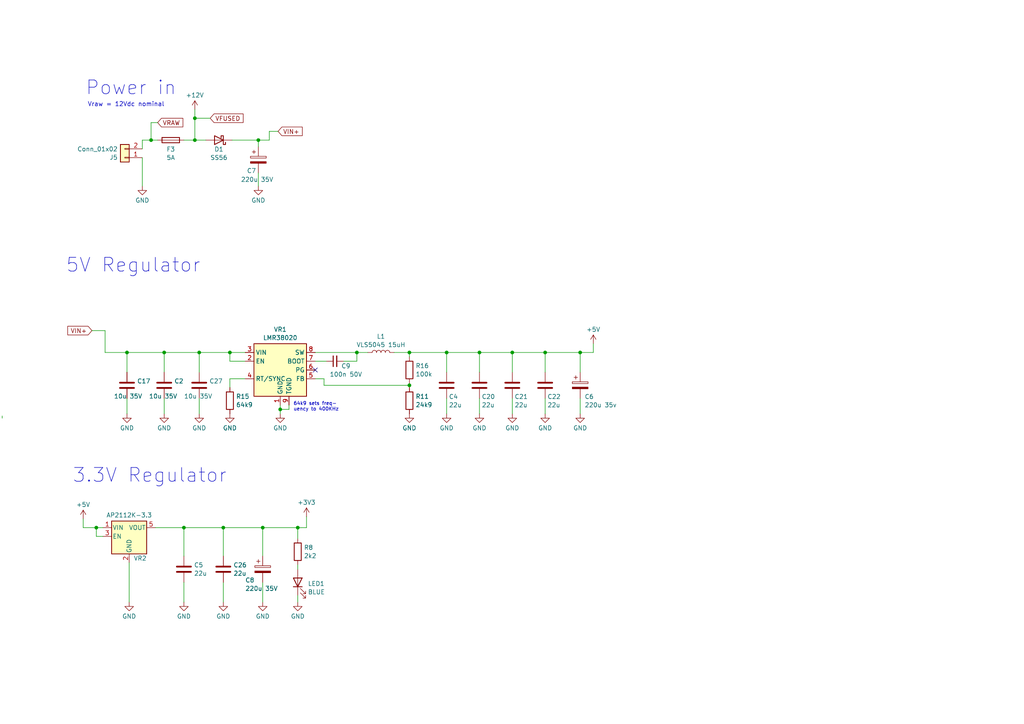
<source format=kicad_sch>
(kicad_sch (version 20230121) (generator eeschema)
  (paper "A4")
  (lib_symbols
    (symbol "Connector_Generic:Conn_01x02" (pin_names (offset 1.016) hide)
      (property "Reference" "J" (at 0 2.54 0))
      (property "Value" "Conn_01x02" (at 0 -5.08 0))
      (symbol "Conn_01x02_1_1"
        (rectangle (start -1.27 -2.413) (end 0 -2.667) (stroke (width 0.1524)))
        (rectangle (start -1.27 0.127) (end 0 -0.127) (stroke (width 0.1524)))
        (rectangle (start -1.27 1.27) (end 1.27 -3.81) (stroke (width 0.254)) (fill (type background)))
        (pin passive line (at -5.08 0 0) (length 3.81) (name "Pin_1") (number "1"))
        (pin passive line (at -5.08 -2.54 0) (length 3.81) (name "Pin_2") (number "2"))
      )
    )
    (symbol "Device:C" (pin_numbers hide) (pin_names (offset 0.254))
      (property "Reference" "C" (at 0.635 2.54 0))
      (property "Value" "C" (at 0.635 -2.54 0))
      (symbol "C_0_1"
        (polyline (pts (xy -2.032 -0.762) (xy 2.032 -0.762)) (stroke (width 0.508)))
        (polyline (pts (xy -2.032 0.762) (xy 2.032 0.762)) (stroke (width 0.508)))
      )
      (symbol "C_1_1"
        (pin passive line (at 0 3.81 270) (length 2.794) (name "~") (number "1"))
        (pin passive line (at 0 -3.81 90) (length 2.794) (name "~") (number "2"))
      )
    )
    (symbol "Device:C_Polarized" (pin_numbers hide) (pin_names (offset 0.254))
      (property "Reference" "C" (at 0.635 2.54 0))
      (property "Value" "C_Polarized" (at 0.635 -2.54 0))
      (symbol "C_Polarized_0_1"
        (rectangle (start -2.286 0.508) (end 2.286 1.016))
        (polyline (pts (xy -1.778 2.286) (xy -0.762 2.286)))
        (polyline (pts (xy -1.27 2.794) (xy -1.27 1.778)))
        (rectangle (start 2.286 -0.508) (end -2.286 -1.016) (fill (type outline)))
      )
      (symbol "C_Polarized_1_1"
        (pin passive line (at 0 3.81 270) (length 2.794) (name "~") (number "1"))
        (pin passive line (at 0 -3.81 90) (length 2.794) (name "~") (number "2"))
      )
    )
    (symbol "Device:C_Small" (pin_numbers hide) (pin_names (offset 0.254) hide)
      (property "Reference" "C" (at 0.254 1.778 0))
      (property "Value" "C_Small" (at 0.254 -2.032 0))
      (symbol "C_Small_0_1"
        (polyline (pts (xy -1.524 -0.508) (xy 1.524 -0.508)) (stroke (width 0.3302)))
        (polyline (pts (xy -1.524 0.508) (xy 1.524 0.508)) (stroke (width 0.3048)))
      )
      (symbol "C_Small_1_1"
        (pin passive line (at 0 2.54 270) (length 2.032) (name "~") (number "1"))
        (pin passive line (at 0 -2.54 90) (length 2.032) (name "~") (number "2"))
      )
    )
    (symbol "Device:D_Schottky" (pin_numbers hide) (pin_names (offset 1.016) hide)
      (property "Reference" "D" (at 0 2.54 0))
      (property "Value" "D_Schottky" (at 0 -2.54 0))
      (symbol "D_Schottky_0_1"
        (polyline (pts (xy 1.27 0) (xy -1.27 0)))
        (polyline (pts (xy 1.27 1.27) (xy 1.27 -1.27) (xy -1.27 0) (xy 1.27 1.27)) (stroke (width 0.254)))
        (polyline (pts (xy -1.905 0.635) (xy -1.905 1.27) (xy -1.27 1.27) (xy -1.27 -1.27) (xy -0.635 -1.27) (xy -0.635 -0.635)) (stroke (width 0.254)))
      )
      (symbol "D_Schottky_1_1"
        (pin passive line (at -3.81 0 0) (length 2.54) (name "K") (number "1"))
        (pin passive line (at 3.81 0 180) (length 2.54) (name "A") (number "2"))
      )
    )
    (symbol "Device:Fuse" (pin_numbers hide) (pin_names (offset 0))
      (property "Reference" "F" (at 2.032 0 90))
      (property "Value" "Fuse" (at -1.905 0 90))
      (symbol "Fuse_0_1"
        (rectangle (start -0.762 -2.54) (end 0.762 2.54) (stroke (width 0.254)))
        (polyline (pts (xy 0 2.54) (xy 0 -2.54)))
      )
      (symbol "Fuse_1_1"
        (pin passive line (at 0 3.81 270) (length 1.27) (name "~") (number "1"))
        (pin passive line (at 0 -3.81 90) (length 1.27) (name "~") (number "2"))
      )
    )
    (symbol "Device:L" (pin_numbers hide) (pin_names (offset 1.016) hide)
      (property "Reference" "L" (at -1.27 0 90))
      (property "Value" "L" (at 1.905 0 90))
      (symbol "L_0_1"
        (arc (start 0 -2.54) (mid 0.6323 -1.905) (end 0 -1.27))
        (arc (start 0 -1.27) (mid 0.6323 -0.635) (end 0 0))
        (arc (start 0 0) (mid 0.6323 0.635) (end 0 1.27))
        (arc (start 0 1.27) (mid 0.6323 1.905) (end 0 2.54))
      )
      (symbol "L_1_1"
        (pin passive line (at 0 3.81 270) (length 1.27) (name "1") (number "1"))
        (pin passive line (at 0 -3.81 90) (length 1.27) (name "2") (number "2"))
      )
    )
    (symbol "Device:LED" (pin_numbers hide) (pin_names (offset 1.016) hide)
      (property "Reference" "D" (at 0 2.54 0))
      (property "Value" "LED" (at 0 -2.54 0))
      (symbol "LED_0_1"
        (polyline (pts (xy -1.27 -1.27) (xy -1.27 1.27)) (stroke (width 0.254)))
        (polyline (pts (xy -1.27 0) (xy 1.27 0)))
        (polyline (pts (xy 1.27 -1.27) (xy 1.27 1.27) (xy -1.27 0) (xy 1.27 -1.27)) (stroke (width 0.254)))
        (polyline (pts (xy -3.048 -0.762) (xy -4.572 -2.286) (xy -3.81 -2.286) (xy -4.572 -2.286) (xy -4.572 -1.524)))
        (polyline (pts (xy -1.778 -0.762) (xy -3.302 -2.286) (xy -2.54 -2.286) (xy -3.302 -2.286) (xy -3.302 -1.524)))
      )
      (symbol "LED_1_1"
        (pin passive line (at -3.81 0 0) (length 2.54) (name "K") (number "1"))
        (pin passive line (at 3.81 0 180) (length 2.54) (name "A") (number "2"))
      )
    )
    (symbol "Device:R" (pin_numbers hide) (pin_names (offset 0))
      (property "Reference" "R" (at 2.032 0 90))
      (property "Value" "R" (at 0 0 90))
      (symbol "R_0_1"
        (rectangle (start -1.016 -2.54) (end 1.016 2.54) (stroke (width 0.254)))
      )
      (symbol "R_1_1"
        (pin passive line (at 0 3.81 270) (length 1.27) (name "~") (number "1"))
        (pin passive line (at 0 -3.81 90) (length 1.27) (name "~") (number "2"))
      )
    )
    (symbol "Regulator_Linear:AP2112K-3.3" (pin_names (offset 0.254))
      (property "Reference" "U" (at -5.08 5.715 0))
      (property "Value" "AP2112K-3.3" (at 0 5.715 0))
      (symbol "AP2112K-3.3_0_1"
        (rectangle (start -5.08 4.445) (end 5.08 -5.08) (stroke (width 0.254)) (fill (type background)))
      )
      (symbol "AP2112K-3.3_1_1"
        (pin power_in line (at -7.62 2.54 0) (length 2.54) (name "VIN") (number "1"))
        (pin power_in line (at 0 -7.62 90) (length 2.54) (name "GND") (number "2"))
        (pin input line (at -7.62 0 0) (length 2.54) (name "EN") (number "3"))
        (pin no_connect line (at 5.08 0 180) (length 2.54) hide (name "NC") (number "4"))
        (pin power_out line (at 7.62 2.54 180) (length 2.54) (name "VOUT") (number "5"))
      )
    )
    (symbol "_:LMR38020"
      (property "Reference" "U" (at 7.62 -8.89 0))
      (property "Value" "LMR38020" (at 0 8.89 0))
      (symbol "LMR38020_0_1"
        (rectangle (start -7.62 7.62) (end 7.62 -7.62) (stroke (width 0.254)) (fill (type background)))
      )
      (symbol "LMR38020_1_1"
        (pin power_in line (at 0 -10.16 90) (length 2.54) (name "GND") (number "1"))
        (pin input line (at -10.16 2.54 0) (length 2.54) (name "EN") (number "2"))
        (pin power_in line (at -10.16 5.08 0) (length 2.54) (name "VIN") (number "3"))
        (pin input line (at -10.16 -2.54 0) (length 2.54) (name "RT/SYNC") (number "4"))
        (pin input line (at 10.16 -2.54 180) (length 2.54) (name "FB") (number "5"))
        (pin open_collector line (at 10.16 0 180) (length 2.54) (name "PG") (number "6"))
        (pin input line (at 10.16 2.54 180) (length 2.54) (name "BOOT") (number "7"))
        (pin power_out line (at 10.16 5.08 180) (length 2.54) (name "SW") (number "8"))
        (pin power_in line (at 2.54 -10.16 90) (length 2.54) (name "TGND") (number "9"))
      )
    )
    (symbol "power:+12V" (power) (pin_names (offset 0))
      (property "Value" "+12V" (at 0 3.556 0))
      (symbol "+12V_0_1"
        (polyline (pts (xy -0.762 1.27) (xy 0 2.54)))
        (polyline (pts (xy 0 0) (xy 0 2.54)))
        (polyline (pts (xy 0 2.54) (xy 0.762 1.27)))
      )
      (symbol "+12V_1_1"
        (pin power_in line (at 0 0 90) (length 0) hide (name "+12V") (number "1"))
      )
    )
    (symbol "power:+3V3" (power) (pin_names (offset 0))
      (property "Value" "+3V3" (at 0 3.556 0))
      (symbol "+3V3_0_1"
        (polyline (pts (xy -0.762 1.27) (xy 0 2.54)))
        (polyline (pts (xy 0 0) (xy 0 2.54)))
        (polyline (pts (xy 0 2.54) (xy 0.762 1.27)))
      )
      (symbol "+3V3_1_1"
        (pin power_in line (at 0 0 90) (length 0) hide (name "+3V3") (number "1"))
      )
    )
    (symbol "power:+5V" (power) (pin_names (offset 0))
      (property "Value" "+5V" (at 0 3.556 0))
      (symbol "+5V_0_1"
        (polyline (pts (xy -0.762 1.27) (xy 0 2.54)))
        (polyline (pts (xy 0 0) (xy 0 2.54)))
        (polyline (pts (xy 0 2.54) (xy 0.762 1.27)))
      )
      (symbol "+5V_1_1"
        (pin power_in line (at 0 0 90) (length 0) hide (name "+5V") (number "1"))
      )
    )
    (symbol "power:GND" (power) (pin_names (offset 0))
      (property "Value" "GND" (at 0 -3.81 0))
      (symbol "GND_0_1"
        (polyline (pts (xy 0 0) (xy 0 -1.27) (xy 1.27 -1.27) (xy 0 -2.54) (xy -1.27 -1.27) (xy 0 -1.27)))
      )
      (symbol "GND_1_1"
        (pin power_in line (at 0 0 270) (length 0) hide (name "GND") (number "1"))
      )
    )
  )
  (junction (at 47.625 102.235))
  (junction (at 129.54 102.235))
  (junction (at 36.83 102.235))
  (junction (at 43.815 40.64))
  (junction (at 139.065 102.235))
  (junction (at 66.675 102.235))
  (junction (at 118.745 111.76))
  (junction (at 56.515 34.29))
  (junction (at 27.94 153.035))
  (junction (at 148.59 102.235))
  (junction (at 53.34 153.035))
  (junction (at 74.93 40.64))
  (junction (at 168.275 102.235))
  (junction (at 57.785 102.235))
  (junction (at 103.505 102.235))
  (junction (at 118.745 102.235))
  (junction (at 64.77 153.035))
  (junction (at 56.515 40.64))
  (junction (at 76.2 153.035))
  (junction (at 158.115 102.235))
  (junction (at 86.36 153.035))
  (junction (at 81.28 118.745))
  (no_connect (at 91.44 107.315))
  (wire (pts (xy 114.3 102.235) (xy 118.745 102.235)))
  (wire (pts (xy 86.36 172.72) (xy 86.36 174.625)))
  (wire (pts (xy 66.675 104.775) (xy 66.675 102.235)))
  (wire (pts (xy 60.96 34.29) (xy 56.515 34.29)))
  (wire (pts (xy 86.36 153.035) (xy 86.36 156.21)))
  (wire (pts (xy 71.12 102.235) (xy 66.675 102.235)))
  (wire (pts (xy 86.36 163.83) (xy 86.36 165.1)))
  (wire (pts (xy 148.59 115.57) (xy 148.59 120.015)))
  (wire (pts (xy 168.275 115.57) (xy 168.275 120.015)))
  (wire (pts (xy 37.465 163.195) (xy 37.465 174.625)))
  (wire (pts (xy 47.625 115.57) (xy 47.625 120.015)))
  (wire (pts (xy 66.675 109.855) (xy 71.12 109.855)))
  (wire (pts (xy 43.815 40.64) (xy 45.72 40.64)))
  (wire (pts (xy 129.54 102.235) (xy 129.54 107.95)))
  (wire (pts (xy 47.625 107.95) (xy 47.625 102.235)))
  (wire (pts (xy 74.93 50.165) (xy 74.93 53.975)))
  (wire (pts (xy 53.34 174.625) (xy 53.34 168.91)))
  (wire (pts (xy 118.745 111.76) (xy 118.745 112.395)))
  (wire (pts (xy 36.83 107.95) (xy 36.83 102.235)))
  (wire (pts (xy 103.505 102.235) (xy 106.68 102.235)))
  (wire (pts (xy 57.785 115.57) (xy 57.785 120.015)))
  (wire (pts (xy 64.77 174.625) (xy 64.77 168.91)))
  (wire (pts (xy 78.105 38.1) (xy 78.105 40.64)))
  (wire (pts (xy 53.34 153.035) (xy 64.77 153.035)))
  (wire (pts (xy 83.82 117.475) (xy 83.82 118.745)))
  (wire (pts (xy 24.13 150.495) (xy 24.13 153.035)))
  (wire (pts (xy 53.34 153.035) (xy 53.34 161.29)))
  (wire (pts (xy 27.94 155.575) (xy 27.94 153.035)))
  (wire (pts (xy 41.275 40.64) (xy 43.815 40.64)))
  (wire (pts (xy 53.34 40.64) (xy 56.515 40.64)))
  (wire (pts (xy 71.12 104.775) (xy 66.675 104.775)))
  (wire (pts (xy 66.675 112.395) (xy 66.675 109.855)))
  (wire (pts (xy 93.98 109.855) (xy 93.98 111.76)))
  (wire (pts (xy 81.28 117.475) (xy 81.28 118.745)))
  (wire (pts (xy 118.745 111.125) (xy 118.745 111.76)))
  (wire (pts (xy 76.2 153.035) (xy 86.36 153.035)))
  (wire (pts (xy 118.745 103.505) (xy 118.745 102.235)))
  (wire (pts (xy 81.28 118.745) (xy 81.28 120.015)))
  (wire (pts (xy 30.48 102.235) (xy 30.48 95.885)))
  (wire (pts (xy 56.515 34.29) (xy 56.515 40.64)))
  (wire (pts (xy 36.83 102.235) (xy 30.48 102.235)))
  (wire (pts (xy 36.83 115.57) (xy 36.83 120.015)))
  (wire (pts (xy 172.085 99.695) (xy 172.085 102.235)))
  (wire (pts (xy 57.785 102.235) (xy 47.625 102.235)))
  (wire (pts (xy 64.77 153.035) (xy 76.2 153.035)))
  (wire (pts (xy 139.065 115.57) (xy 139.065 120.015)))
  (wire (pts (xy 93.98 111.76) (xy 118.745 111.76)))
  (wire (pts (xy 158.115 102.235) (xy 148.59 102.235)))
  (wire (pts (xy 91.44 102.235) (xy 103.505 102.235)))
  (wire (pts (xy 41.275 45.72) (xy 41.275 53.975)))
  (wire (pts (xy 56.515 31.75) (xy 56.515 34.29)))
  (wire (pts (xy 99.695 104.775) (xy 103.505 104.775)))
  (wire (pts (xy 158.115 102.235) (xy 168.275 102.235)))
  (wire (pts (xy 118.745 102.235) (xy 129.54 102.235)))
  (wire (pts (xy 139.065 102.235) (xy 139.065 107.95)))
  (wire (pts (xy 41.275 40.64) (xy 41.275 43.18)))
  (wire (pts (xy 43.815 40.64) (xy 43.815 35.56)))
  (wire (pts (xy 0.635 120.65) (xy 0.635 121.285)))
  (wire (pts (xy 91.44 109.855) (xy 93.98 109.855)))
  (wire (pts (xy 64.77 153.035) (xy 64.77 161.29)))
  (wire (pts (xy 53.34 153.035) (xy 45.085 153.035)))
  (wire (pts (xy 47.625 102.235) (xy 36.83 102.235)))
  (wire (pts (xy 66.675 102.235) (xy 57.785 102.235)))
  (wire (pts (xy 103.505 104.775) (xy 103.505 102.235)))
  (wire (pts (xy 56.515 40.64) (xy 59.69 40.64)))
  (wire (pts (xy 74.93 40.64) (xy 74.93 42.545)))
  (wire (pts (xy 83.82 118.745) (xy 81.28 118.745)))
  (wire (pts (xy 74.93 40.64) (xy 78.105 40.64)))
  (wire (pts (xy 139.065 102.235) (xy 148.59 102.235)))
  (wire (pts (xy 24.13 153.035) (xy 27.94 153.035)))
  (wire (pts (xy 91.44 104.775) (xy 94.615 104.775)))
  (wire (pts (xy 78.105 38.1) (xy 80.645 38.1)))
  (wire (pts (xy 86.36 153.035) (xy 88.9 153.035)))
  (wire (pts (xy 76.2 153.035) (xy 76.2 161.29)))
  (wire (pts (xy 29.845 155.575) (xy 27.94 155.575)))
  (wire (pts (xy 88.9 149.86) (xy 88.9 153.035)))
  (wire (pts (xy 43.815 35.56) (xy 45.72 35.56)))
  (wire (pts (xy 57.785 107.95) (xy 57.785 102.235)))
  (wire (pts (xy 30.48 95.885) (xy 26.67 95.885)))
  (wire (pts (xy 27.94 153.035) (xy 29.845 153.035)))
  (wire (pts (xy 76.2 168.91) (xy 76.2 174.625)))
  (wire (pts (xy 139.065 102.235) (xy 129.54 102.235)))
  (wire (pts (xy 67.31 40.64) (xy 74.93 40.64)))
  (wire (pts (xy 158.115 102.235) (xy 158.115 107.95)))
  (wire (pts (xy 148.59 102.235) (xy 148.59 107.95)))
  (wire (pts (xy 129.54 115.57) (xy 129.54 120.015)))
  (wire (pts (xy 168.275 102.235) (xy 168.275 107.95)))
  (wire (pts (xy 158.115 115.57) (xy 158.115 120.015)))
  (wire (pts (xy 172.085 102.235) (xy 168.275 102.235)))
  (text "64k9 sets freq-\nuency to 400KHz" (at 85.09 119.38 0) (effects (font (size 1 1)) (justify left bottom)))
  (text "Power in" (at 24.765 27.94 0) (effects (font (size 4 4)) (justify left bottom)))
  (text "3.3V Regulator" (at 20.955 140.335 0) (effects (font (size 4 4)) (justify left bottom)))
  (text "5V Regulator" (at 19.05 79.375 0) (effects (font (size 4 4)) (justify left bottom)))
  (text "Vraw = 12Vdc nominal" (at 25.4 31.115 0) (effects (font (size 1.27 1.27)) (justify left bottom)))
  (global_label "VFUSED" (shape input) (at 60.96 34.29 0) (property "Intersheetrefs" "${INTERSHEET_REFS}" (effects hide)))
  (global_label "VRAW" (shape input) (at 45.72 35.56 0) (property "Intersheetrefs" "${INTERSHEET_REFS}" (effects hide)))
  (global_label "VIN+" (shape input) (at 26.67 95.885 180) (property "Intersheetrefs" "${INTERSHEET_REFS}" (effects hide)))
  (global_label "VIN+" (shape input) (at 80.645 38.1 0) (property "Intersheetrefs" "${INTERSHEET_REFS}" (effects hide)))
  (symbol (lib_id "Connector_Generic:Conn_01x02") (at 36.195 45.72 180) (unit 1)
    (property "Reference" "J5" (at 34.163 45.6621 0) (effects (justify left)))
    (property "Value" "Conn_01x02" (at 34.163 43.2379 0) (effects (justify left)))
    (property "Footprint" "TerminalBlock_MetzConnect:TerminalBlock_MetzConnect_Type086_RT03402HBLC_1x02_P3.81mm_Horizontal" (effects hide))
  )
  (symbol (lib_id "power:GND") (at 118.745 120.015 0) (unit 1)
    (property "Reference" "#PWR0116" (effects hide))
    (property "Value" "GND" (at 118.745 124.1481 0))
  )
  (symbol (lib_id "Device:C_Polarized") (at 74.93 46.355 0) (unit 1)
    (property "Reference" "C7" (at 74.295 49.53 0) (effects (justify right)))
    (property "Value" "220u 35V" (at 69.85 52.07 0) (effects (justify left)))
    (property "Footprint" "Capacitor_SMD:CP_Elec_8x10" (effects hide))
  )
  (symbol (lib_id "Device:C") (at 129.54 111.76 0) (unit 1)
    (property "Reference" "C4" (at 130.175 115.0508 0) (effects (justify left)))
    (property "Value" "22u" (at 130.175 117.475 0) (effects (justify left)))
    (property "Footprint" "Capacitor_SMD:C_0805_2012Metric" (effects hide))
  )
  (symbol (lib_id "power:GND") (at 86.36 174.625 0) (unit 1)
    (property "Reference" "#PWR0114" (effects hide))
    (property "Value" "GND" (at 86.36 178.7581 0))
  )
  (symbol (lib_id "power:+3V3") (at 88.9 149.86 0) (unit 1)
    (property "Reference" "#PWR0115" (effects hide))
    (property "Value" "+3V3" (at 88.9 145.7269 0))
  )
  (symbol (lib_id "_:LMR38020") (at 81.28 107.315 0) (unit 1)
    (property "Reference" "VR1" (at 81.28 95.5507 0))
    (property "Value" "LMR38020" (at 81.28 97.9749 0))
    (property "Footprint" "Package_SO:Texas_HSOP-8-1EP_3.9x4.9mm_P1.27mm_ThermalVias" (effects hide))
  )
  (symbol (lib_id "Device:C") (at 57.785 111.76 0) (unit 1)
    (property "Reference" "C27" (at 60.706 110.5479 0) (effects (justify left)))
    (property "Value" "10u 35V" (at 53.34 114.935 0) (effects (justify left)))
    (property "Footprint" "Capacitor_SMD:C_0805_2012Metric" (effects hide))
  )
  (symbol (lib_id "power:GND") (at 74.93 53.975 0) (unit 1)
    (property "Reference" "#PWR0111" (effects hide))
    (property "Value" "GND" (at 74.93 58.1081 0))
  )
  (symbol (lib_id "power:GND") (at 47.625 120.015 0) (unit 1)
    (property "Reference" "#PWR0105" (effects hide))
    (property "Value" "GND" (at 47.625 124.1481 0))
  )
  (symbol (lib_id "power:GND") (at 53.34 174.625 0) (unit 1)
    (property "Reference" "#PWR0106" (effects hide))
    (property "Value" "GND" (at 53.34 178.7581 0))
  )
  (symbol (lib_id "Device:LED") (at 86.36 168.91 90) (unit 1)
    (property "Reference" "LED1" (at 89.281 169.2854 90) (effects (justify right)))
    (property "Value" "BLUE" (at 89.281 171.7096 90) (effects (justify right)))
    (property "Footprint" "LED_SMD:LED_0603_1608Metric" (effects hide))
  )
  (symbol (lib_id "power:GND") (at 36.83 120.015 0) (unit 1)
    (property "Reference" "#PWR0102" (effects hide))
    (property "Value" "GND" (at 36.83 124.1481 0))
  )
  (symbol (lib_id "power:+5V") (at 24.13 150.495 0) (mirror y) (unit 1)
    (property "Reference" "#PWR0101" (effects hide))
    (property "Value" "+5V" (at 24.13 146.3619 0))
  )
  (symbol (lib_id "power:+5V") (at 172.085 99.695 0) (unit 1)
    (property "Reference" "#PWR0122" (effects hide))
    (property "Value" "+5V" (at 172.085 95.5619 0))
  )
  (symbol (lib_id "Device:C") (at 64.77 165.1 0) (unit 1)
    (property "Reference" "C26" (at 67.691 163.8879 0) (effects (justify left)))
    (property "Value" "22u" (at 67.691 166.3121 0) (effects (justify left)))
    (property "Footprint" "Capacitor_SMD:C_0805_2012Metric" (effects hide))
  )
  (symbol (lib_id "Regulator_Linear:AP2112K-3.3") (at 37.465 155.575 0) (unit 1)
    (property "Reference" "VR2" (at 42.545 161.925 0) (effects (justify right)))
    (property "Value" "AP2112K-3.3" (at 37.465 149.4099 0))
    (property "Footprint" "Package_TO_SOT_SMD:SOT-23-5" (effects hide))
    (property "Datasheet" "https://www.diodes.com/assets/Datasheets/AP2112.pdf" (effects hide))
  )
  (symbol (lib_id "power:GND") (at 76.2 174.625 0) (unit 1)
    (property "Reference" "#PWR0112" (effects hide))
    (property "Value" "GND" (at 76.2 178.7581 0))
  )
  (symbol (lib_id "Device:Fuse") (at 49.53 40.64 90) (unit 1)
    (property "Reference" "F3" (at 49.53 43.2958 90))
    (property "Value" "5A" (at 49.53 45.72 90))
    (property "Footprint" "openkayo:Fuseholder_Blade" (effects hide))
  )
  (symbol (lib_id "power:GND") (at 139.065 120.015 0) (unit 1)
    (property "Reference" "#PWR0118" (effects hide))
    (property "Value" "GND" (at 139.065 124.1481 0))
  )
  (symbol (lib_id "Device:L") (at 110.49 102.235 90) (unit 1)
    (property "Reference" "L1" (at 110.49 97.5854 90))
    (property "Value" "VLS5045 15uH" (at 110.49 100.0096 90))
    (property "Footprint" "Inductor_SMD:L_TDK_VLS6045EX_VLS6045AF" (effects hide))
    (property "Datasheet" "https://product.tdk.com/en/search/inductor/inductor/smd/info?part_no=VLS5045EX-150M" (effects hide))
  )
  (symbol (lib_id "Device:C") (at 158.115 111.76 0) (unit 1)
    (property "Reference" "C22" (at 158.75 115.0508 0) (effects (justify left)))
    (property "Value" "22u" (at 158.75 117.475 0) (effects (justify left)))
    (property "Footprint" "Capacitor_SMD:C_0805_2012Metric" (effects hide))
  )
  (symbol (lib_id "Device:D_Schottky") (at 63.5 40.64 180) (unit 1)
    (property "Reference" "D1" (at 63.5 43.2958 0))
    (property "Value" "SS56" (at 63.5 45.72 0))
    (property "Footprint" "Diode_SMD:D_SMA" (effects hide))
    (property "Sim.Device" "D" (effects hide))
    (property "Sim.Pins" "1=K 2=A" (effects hide))
  )
  (symbol (lib_id "Device:R") (at 86.36 160.02 0) (unit 1)
    (property "Reference" "R8" (at 88.138 158.8079 0) (effects (justify left)))
    (property "Value" "2k2" (at 88.138 161.2321 0) (effects (justify left)))
    (property "Footprint" "Resistor_SMD:R_0603_1608Metric" (effects hide))
  )
  (symbol (lib_id "Device:C") (at 148.59 111.76 0) (unit 1)
    (property "Reference" "C21" (at 149.225 115.0508 0) (effects (justify left)))
    (property "Value" "22u" (at 149.225 117.475 0) (effects (justify left)))
    (property "Footprint" "Capacitor_SMD:C_0805_2012Metric" (effects hide))
  )
  (symbol (lib_id "Device:C") (at 53.34 165.1 0) (unit 1)
    (property "Reference" "C5" (at 56.261 163.8879 0) (effects (justify left)))
    (property "Value" "22u" (at 56.261 166.3121 0) (effects (justify left)))
    (property "Footprint" "Capacitor_SMD:C_0805_2012Metric" (effects hide))
  )
  (symbol (lib_id "Device:C") (at 139.065 111.76 0) (unit 1)
    (property "Reference" "C20" (at 139.7 115.0508 0) (effects (justify left)))
    (property "Value" "22u" (at 139.7 117.475 0) (effects (justify left)))
    (property "Footprint" "Capacitor_SMD:C_0805_2012Metric" (effects hide))
  )
  (symbol (lib_id "Device:C_Small") (at 97.155 104.775 90) (unit 1)
    (property "Reference" "C9" (at 100.33 106.1608 90))
    (property "Value" "100n 50V" (at 100.33 108.585 90))
    (property "Footprint" "Capacitor_SMD:C_0603_1608Metric" (effects hide))
  )
  (symbol (lib_id "power:GND") (at 158.115 120.015 0) (unit 1)
    (property "Reference" "#PWR0120" (effects hide))
    (property "Value" "GND" (at 158.115 124.1481 0))
  )
  (symbol (lib_id "power:GND") (at 37.465 174.625 0) (unit 1)
    (property "Reference" "#PWR0103" (effects hide))
    (property "Value" "GND" (at 37.465 178.7581 0))
  )
  (symbol (lib_id "power:GND") (at 129.54 120.015 0) (unit 1)
    (property "Reference" "#PWR0117" (effects hide))
    (property "Value" "GND" (at 129.54 124.1481 0))
  )
  (symbol (lib_id "Device:C") (at 36.83 111.76 0) (unit 1)
    (property "Reference" "C17" (at 39.751 110.5479 0) (effects (justify left)))
    (property "Value" "10u 35V" (at 33.02 114.935 0) (effects (justify left)))
    (property "Footprint" "Capacitor_SMD:C_0805_2012Metric" (effects hide))
  )
  (symbol (lib_id "power:GND") (at 57.785 120.015 0) (unit 1)
    (property "Reference" "#PWR0108" (effects hide))
    (property "Value" "GND" (at 57.785 124.1481 0))
  )
  (symbol (lib_id "Device:R") (at 66.675 116.205 0) (unit 1)
    (property "Reference" "R15" (at 68.453 114.9929 0) (effects (justify left)))
    (property "Value" "64k9" (at 68.453 117.4171 0) (effects (justify left)))
    (property "Footprint" "Resistor_SMD:R_0805_2012Metric" (effects hide))
  )
  (symbol (lib_id "power:GND") (at 66.675 120.015 0) (unit 1)
    (property "Reference" "#PWR0110" (effects hide))
    (property "Value" "GND" (at 66.675 124.1481 0))
  )
  (symbol (lib_id "power:GND") (at 41.275 53.975 0) (unit 1)
    (property "Reference" "#PWR0104" (effects hide))
    (property "Value" "GND" (at 41.275 58.1081 0))
  )
  (symbol (lib_id "Device:R") (at 118.745 116.205 0) (unit 1)
    (property "Reference" "R11" (at 120.523 114.9929 0) (effects (justify left)))
    (property "Value" "24k9" (at 120.523 117.4171 0) (effects (justify left)))
    (property "Footprint" "Resistor_SMD:R_0603_1608Metric" (effects hide))
  )
  (symbol (lib_id "power:GND") (at 64.77 174.625 0) (unit 1)
    (property "Reference" "#PWR0109" (effects hide))
    (property "Value" "GND" (at 64.77 178.7581 0))
  )
  (symbol (lib_id "Device:R") (at 118.745 107.315 0) (unit 1)
    (property "Reference" "R16" (at 120.523 106.1029 0) (effects (justify left)))
    (property "Value" "100k" (at 120.523 108.5271 0) (effects (justify left)))
    (property "Footprint" "Resistor_SMD:R_0805_2012Metric" (effects hide))
  )
  (symbol (lib_id "Device:C_Polarized") (at 168.275 111.76 0) (unit 1)
    (property "Reference" "C6" (at 169.545 115.0508 0) (effects (justify left)))
    (property "Value" "220u 35v" (at 169.545 117.475 0) (effects (justify left)))
    (property "Footprint" "Capacitor_SMD:CP_Elec_8x10" (effects hide))
  )
  (symbol (lib_id "power:GND") (at 168.275 120.015 0) (unit 1)
    (property "Reference" "#PWR0121" (effects hide))
    (property "Value" "GND" (at 168.275 124.1481 0))
  )
  (symbol (lib_id "power:GND") (at 148.59 120.015 0) (unit 1)
    (property "Reference" "#PWR0119" (effects hide))
    (property "Value" "GND" (at 148.59 124.1481 0))
  )
  (symbol (lib_id "power:+12V") (at 56.515 31.75 0) (unit 1)
    (property "Reference" "#PWR0107" (effects hide))
    (property "Value" "+12V" (at 56.515 27.6169 0))
  )
  (symbol (lib_id "Device:C_Polarized") (at 76.2 165.1 0) (unit 1)
    (property "Reference" "C8" (at 71.12 168.275 0) (effects (justify left)))
    (property "Value" "220u 35V" (at 71.12 170.6992 0) (effects (justify left)))
    (property "Footprint" "Capacitor_SMD:CP_Elec_8x10" (effects hide))
  )
  (symbol (lib_id "Device:C") (at 47.625 111.76 0) (unit 1)
    (property "Reference" "C2" (at 50.546 110.5479 0) (effects (justify left)))
    (property "Value" "10u 35V" (at 43.18 114.935 0) (effects (justify left)))
    (property "Footprint" "Capacitor_SMD:C_0805_2012Metric" (effects hide))
  )
  (symbol (lib_id "power:GND") (at 81.28 120.015 0) (unit 1)
    (property "Reference" "#PWR0113" (effects hide))
    (property "Value" "GND" (at 81.28 124.1481 0))
  )
)
</source>
